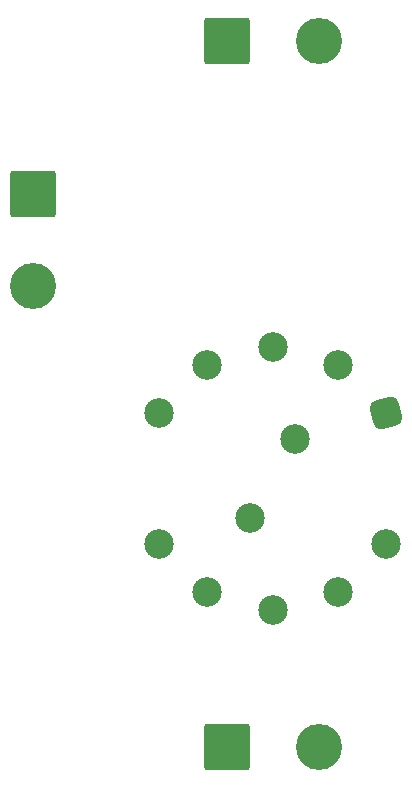
<source format=gbr>
%TF.GenerationSoftware,KiCad,Pcbnew,7.0.10*%
%TF.CreationDate,2024-06-24T21:04:26-04:00*%
%TF.ProjectId,nulldetector,6e756c6c-6465-4746-9563-746f722e6b69,rev?*%
%TF.SameCoordinates,Original*%
%TF.FileFunction,Soldermask,Bot*%
%TF.FilePolarity,Negative*%
%FSLAX46Y46*%
G04 Gerber Fmt 4.6, Leading zero omitted, Abs format (unit mm)*
G04 Created by KiCad (PCBNEW 7.0.10) date 2024-06-24 21:04:26*
%MOMM*%
%LPD*%
G01*
G04 APERTURE LIST*
G04 Aperture macros list*
%AMRoundRect*
0 Rectangle with rounded corners*
0 $1 Rounding radius*
0 $2 $3 $4 $5 $6 $7 $8 $9 X,Y pos of 4 corners*
0 Add a 4 corners polygon primitive as box body*
4,1,4,$2,$3,$4,$5,$6,$7,$8,$9,$2,$3,0*
0 Add four circle primitives for the rounded corners*
1,1,$1+$1,$2,$3*
1,1,$1+$1,$4,$5*
1,1,$1+$1,$6,$7*
1,1,$1+$1,$8,$9*
0 Add four rect primitives between the rounded corners*
20,1,$1+$1,$2,$3,$4,$5,0*
20,1,$1+$1,$4,$5,$6,$7,0*
20,1,$1+$1,$6,$7,$8,$9,0*
20,1,$1+$1,$8,$9,$2,$3,0*%
G04 Aperture macros list end*
%ADD10RoundRect,0.250002X-1.699998X-1.699998X1.699998X-1.699998X1.699998X1.699998X-1.699998X1.699998X0*%
%ADD11C,3.900000*%
%ADD12RoundRect,0.250002X-1.699998X1.699998X-1.699998X-1.699998X1.699998X-1.699998X1.699998X1.699998X0*%
%ADD13RoundRect,0.625000X0.441942X0.765466X-0.765466X0.441942X-0.441942X-0.765466X0.765466X-0.441942X0*%
%ADD14C,2.500000*%
G04 APERTURE END LIST*
D10*
%TO.C,J2*%
X145350000Y-85750000D03*
D11*
X153150000Y-85750000D03*
%TD*%
D10*
%TO.C,J1*%
X145350000Y-145500000D03*
D11*
X153150000Y-145500000D03*
%TD*%
D12*
%TO.C,BT1*%
X128942000Y-98658000D03*
D11*
X128942000Y-106458000D03*
%TD*%
D13*
%TO.C,SW1*%
X158861914Y-117203253D03*
D14*
X154800788Y-113135753D03*
X149247667Y-111652464D03*
X143703253Y-113138086D03*
X139635753Y-117199212D03*
X139638086Y-128296747D03*
X143699212Y-132364247D03*
X149252333Y-133847536D03*
X154796747Y-132361914D03*
X158864247Y-128300788D03*
X151173330Y-119418694D03*
X147326670Y-126081306D03*
%TD*%
M02*

</source>
